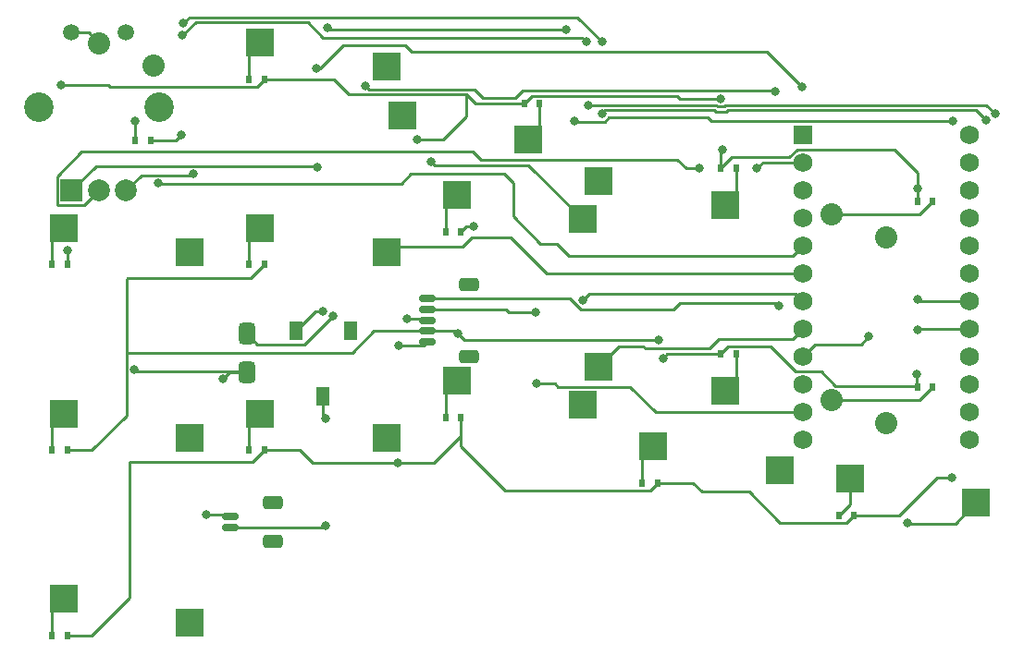
<source format=gbr>
%TF.GenerationSoftware,KiCad,Pcbnew,(7.0.0-0)*%
%TF.CreationDate,2023-06-15T15:06:03+08:00*%
%TF.ProjectId,left,6c656674-2e6b-4696-9361-645f70636258,v1.0.0*%
%TF.SameCoordinates,Original*%
%TF.FileFunction,Copper,L2,Bot*%
%TF.FilePolarity,Positive*%
%FSLAX46Y46*%
G04 Gerber Fmt 4.6, Leading zero omitted, Abs format (unit mm)*
G04 Created by KiCad (PCBNEW (7.0.0-0)) date 2023-06-15 15:06:03*
%MOMM*%
%LPD*%
G01*
G04 APERTURE LIST*
G04 Aperture macros list*
%AMRoundRect*
0 Rectangle with rounded corners*
0 $1 Rounding radius*
0 $2 $3 $4 $5 $6 $7 $8 $9 X,Y pos of 4 corners*
0 Add a 4 corners polygon primitive as box body*
4,1,4,$2,$3,$4,$5,$6,$7,$8,$9,$2,$3,0*
0 Add four circle primitives for the rounded corners*
1,1,$1+$1,$2,$3*
1,1,$1+$1,$4,$5*
1,1,$1+$1,$6,$7*
1,1,$1+$1,$8,$9*
0 Add four rect primitives between the rounded corners*
20,1,$1+$1,$2,$3,$4,$5,0*
20,1,$1+$1,$4,$5,$6,$7,0*
20,1,$1+$1,$6,$7,$8,$9,0*
20,1,$1+$1,$8,$9,$2,$3,0*%
G04 Aperture macros list end*
%TA.AperFunction,ComponentPad*%
%ADD10C,2.032000*%
%TD*%
%TA.AperFunction,SMDPad,CuDef*%
%ADD11R,0.600000X0.700000*%
%TD*%
%TA.AperFunction,ComponentPad*%
%ADD12R,2.000000X2.000000*%
%TD*%
%TA.AperFunction,ComponentPad*%
%ADD13C,2.000000*%
%TD*%
%TA.AperFunction,ComponentPad*%
%ADD14C,1.500000*%
%TD*%
%TA.AperFunction,ComponentPad*%
%ADD15C,2.701800*%
%TD*%
%TA.AperFunction,SMDPad,CuDef*%
%ADD16R,1.200000X1.800000*%
%TD*%
%TA.AperFunction,SMDPad,CuDef*%
%ADD17RoundRect,0.381000X0.381000X-0.619000X0.381000X0.619000X-0.381000X0.619000X-0.381000X-0.619000X0*%
%TD*%
%TA.AperFunction,SMDPad,CuDef*%
%ADD18RoundRect,0.378000X0.378000X-0.622000X0.378000X0.622000X-0.378000X0.622000X-0.378000X-0.622000X0*%
%TD*%
%TA.AperFunction,ComponentPad*%
%ADD19R,1.752600X1.752600*%
%TD*%
%TA.AperFunction,ComponentPad*%
%ADD20C,1.752600*%
%TD*%
%TA.AperFunction,SMDPad,CuDef*%
%ADD21RoundRect,0.150000X-0.625000X0.150000X-0.625000X-0.150000X0.625000X-0.150000X0.625000X0.150000X0*%
%TD*%
%TA.AperFunction,SMDPad,CuDef*%
%ADD22RoundRect,0.250000X-0.650000X0.350000X-0.650000X-0.350000X0.650000X-0.350000X0.650000X0.350000X0*%
%TD*%
%TA.AperFunction,SMDPad,CuDef*%
%ADD23R,2.600000X2.600000*%
%TD*%
%TA.AperFunction,ComponentPad*%
%ADD24C,0.600000*%
%TD*%
%TA.AperFunction,ViaPad*%
%ADD25C,0.800000*%
%TD*%
%TA.AperFunction,Conductor*%
%ADD26C,0.250000*%
%TD*%
G04 APERTURE END LIST*
D10*
%TO.P,S1,1*%
%TO.N,C4_R0D*%
X67000000Y41200000D03*
%TO.P,S1,2*%
%TO.N,C4*%
X72000000Y39100000D03*
%TD*%
D11*
%TO.P,D1,1*%
%TO.N,R0*%
X74899999Y42399999D03*
%TO.P,D1,2*%
%TO.N,C4_R0D*%
X76299999Y42399999D03*
%TD*%
D10*
%TO.P,S2,1*%
%TO.N,C4_R1D*%
X67000000Y24200000D03*
%TO.P,S2,2*%
%TO.N,C4*%
X72000000Y22100000D03*
%TD*%
D11*
%TO.P,D2,1*%
%TO.N,R1*%
X74899999Y25399999D03*
%TO.P,D2,2*%
%TO.N,C4_R1D*%
X76299999Y25399999D03*
%TD*%
D12*
%TO.P,ROT1,A*%
%TO.N,P2*%
X-2539999Y43379999D03*
D13*
%TO.P,ROT1,C*%
%TO.N,GND*%
X-40000Y43380000D03*
%TO.P,ROT1,B*%
%TO.N,P3*%
X2460000Y43380000D03*
D14*
%TO.P,ROT1,1*%
%TO.N,C0*%
X-2540000Y57880000D03*
%TO.P,ROT1,2*%
%TO.N,C0_R3D*%
X2460000Y57880000D03*
D15*
%TO.P,ROT1,*%
%TO.N,*%
X5500000Y51000000D03*
X-5500000Y51000000D03*
D10*
%TO.P,ROT1,1*%
%TO.N,C0_R3D*%
X5000000Y54800000D03*
%TO.P,ROT1,2*%
%TO.N,C0*%
X0Y56900000D03*
%TD*%
D11*
%TO.P,D3,1*%
%TO.N,R3*%
X4699999Y47999999D03*
%TO.P,D3,2*%
%TO.N,C0_R3D*%
X3299999Y47999999D03*
%TD*%
D16*
%TO.P,SS1,1*%
%TO.N,RAW*%
X17999999Y30499999D03*
%TO.P,SS1,2*%
%TO.N,BSLI*%
X20499999Y24499999D03*
%TO.P,SS1,3*%
%TO.N,three*%
X22999999Y30499999D03*
%TD*%
D17*
%TO.P,SB1,1*%
%TO.N,GND*%
X13500000Y26750000D03*
D18*
%TO.P,SB1,2*%
%TO.N,RST*%
X13500000Y30250000D03*
%TD*%
D19*
%TO.P,MCU1,1*%
%TO.N,RAW*%
X64379999Y48469999D03*
D20*
%TO.P,MCU1,2*%
%TO.N,GND*%
X64380000Y45930000D03*
%TO.P,MCU1,3*%
%TO.N,RST*%
X64380000Y43390000D03*
%TO.P,MCU1,4*%
%TO.N,VCC*%
X64380000Y40850000D03*
%TO.P,MCU1,5*%
%TO.N,C0*%
X64380000Y38310000D03*
%TO.P,MCU1,6*%
%TO.N,C1*%
X64380000Y35770000D03*
%TO.P,MCU1,7*%
%TO.N,C2*%
X64380000Y33230000D03*
%TO.P,MCU1,8*%
%TO.N,C3*%
X64380000Y30690000D03*
%TO.P,MCU1,9*%
%TO.N,C4*%
X64380000Y28150000D03*
%TO.P,MCU1,10*%
%TO.N,C5*%
X64380000Y25610000D03*
%TO.P,MCU1,11*%
%TO.N,C6*%
X64380000Y23070000D03*
%TO.P,MCU1,12*%
%TO.N,P10*%
X64380000Y20530000D03*
%TO.P,MCU1,13*%
%TO.N,P1*%
X79620000Y48470000D03*
%TO.P,MCU1,14*%
%TO.N,P0*%
X79620000Y45930000D03*
%TO.P,MCU1,15*%
%TO.N,GND*%
X79620000Y43390000D03*
%TO.P,MCU1,16*%
X79620000Y40850000D03*
%TO.P,MCU1,17*%
%TO.N,P2*%
X79620000Y38310000D03*
%TO.P,MCU1,18*%
%TO.N,P3*%
X79620000Y35770000D03*
%TO.P,MCU1,19*%
%TO.N,R0*%
X79620000Y33230000D03*
%TO.P,MCU1,20*%
%TO.N,R1*%
X79620000Y30690000D03*
%TO.P,MCU1,21*%
%TO.N,R2*%
X79620000Y28150000D03*
%TO.P,MCU1,22*%
%TO.N,R3*%
X79620000Y25610000D03*
%TO.P,MCU1,23*%
%TO.N,P8*%
X79620000Y23070000D03*
%TO.P,MCU1,24*%
%TO.N,P9*%
X79620000Y20530000D03*
%TD*%
D21*
%TO.P,JB1,2*%
%TO.N,BSLI*%
X12000000Y12500000D03*
%TO.P,JB1,1*%
%TO.N,GND*%
X12000000Y13500000D03*
D22*
%TO.P,JB1,MP*%
%TO.N,N/C*%
X15875000Y11200000D03*
X15875000Y14800000D03*
%TD*%
D21*
%TO.P,JC1,5*%
%TO.N,R2*%
X30000000Y29500000D03*
%TO.P,JC1,4*%
%TO.N,R1*%
X30000000Y30500000D03*
%TO.P,JC1,3*%
%TO.N,R0*%
X30000000Y31500000D03*
%TO.P,JC1,2*%
%TO.N,C6*%
X30000000Y32500000D03*
%TO.P,JC1,1*%
%TO.N,C5*%
X30000000Y33500000D03*
D22*
%TO.P,JC1,MP*%
%TO.N,N/C*%
X33875000Y34800000D03*
X33875000Y28200000D03*
%TD*%
D23*
%TO.P,S3,1*%
%TO.N,C0_R0D*%
X-3274999Y39949999D03*
%TO.P,S3,2*%
%TO.N,C0*%
X8274999Y37749999D03*
D24*
%TO.P,S3,3*%
%TO.N,C0_R0D*%
X-3275000Y39950000D03*
%TO.P,S3,4*%
%TO.N,C0*%
X8275000Y37750000D03*
%TD*%
D11*
%TO.P,D4,1*%
%TO.N,R0*%
X-2899999Y36599999D03*
%TO.P,D4,2*%
%TO.N,C0_R0D*%
X-4299999Y36599999D03*
%TD*%
D23*
%TO.P,S4,1*%
%TO.N,C0_R1D*%
X-3274999Y22949999D03*
%TO.P,S4,2*%
%TO.N,C0*%
X8274999Y20749999D03*
D24*
%TO.P,S4,3*%
%TO.N,C0_R1D*%
X-3275000Y22950000D03*
%TO.P,S4,4*%
%TO.N,C0*%
X8275000Y20750000D03*
%TD*%
D11*
%TO.P,D5,1*%
%TO.N,R1*%
X-2899999Y19599999D03*
%TO.P,D5,2*%
%TO.N,C0_R1D*%
X-4299999Y19599999D03*
%TD*%
D23*
%TO.P,S5,1*%
%TO.N,C0_R2D*%
X-3274999Y5949999D03*
%TO.P,S5,2*%
%TO.N,C0*%
X8274999Y3749999D03*
D24*
%TO.P,S5,3*%
%TO.N,C0_R2D*%
X-3275000Y5950000D03*
%TO.P,S5,4*%
%TO.N,C0*%
X8275000Y3750000D03*
%TD*%
D11*
%TO.P,D6,1*%
%TO.N,R2*%
X-2899999Y2599999D03*
%TO.P,D6,2*%
%TO.N,C0_R2D*%
X-4299999Y2599999D03*
%TD*%
D23*
%TO.P,S6,1*%
%TO.N,C1_R0D*%
X14724999Y56949999D03*
%TO.P,S6,2*%
%TO.N,C1*%
X26274999Y54749999D03*
D24*
%TO.P,S6,3*%
%TO.N,C1_R0D*%
X14725000Y56950000D03*
%TO.P,S6,4*%
%TO.N,C1*%
X26275000Y54750000D03*
%TD*%
D11*
%TO.P,D7,1*%
%TO.N,R0*%
X15099999Y53599999D03*
%TO.P,D7,2*%
%TO.N,C1_R0D*%
X13699999Y53599999D03*
%TD*%
D23*
%TO.P,S7,1*%
%TO.N,C1_R1D*%
X14724999Y39949999D03*
%TO.P,S7,2*%
%TO.N,C1*%
X26274999Y37749999D03*
D24*
%TO.P,S7,3*%
%TO.N,C1_R1D*%
X14725000Y39950000D03*
%TO.P,S7,4*%
%TO.N,C1*%
X26275000Y37750000D03*
%TD*%
D11*
%TO.P,D8,1*%
%TO.N,R1*%
X15099999Y36599999D03*
%TO.P,D8,2*%
%TO.N,C1_R1D*%
X13699999Y36599999D03*
%TD*%
D23*
%TO.P,S8,1*%
%TO.N,C1_R2D*%
X14724999Y22949999D03*
%TO.P,S8,2*%
%TO.N,C1*%
X26274999Y20749999D03*
D24*
%TO.P,S8,3*%
%TO.N,C1_R2D*%
X14725000Y22950000D03*
%TO.P,S8,4*%
%TO.N,C1*%
X26275000Y20750000D03*
%TD*%
D11*
%TO.P,D9,1*%
%TO.N,R2*%
X15099999Y19599999D03*
%TO.P,D9,2*%
%TO.N,C1_R2D*%
X13699999Y19599999D03*
%TD*%
D23*
%TO.P,S9,1*%
%TO.N,C2_R0D*%
X39274999Y48049999D03*
%TO.P,S9,2*%
%TO.N,C2*%
X27724999Y50249999D03*
D24*
%TO.P,S9,3*%
%TO.N,C2_R0D*%
X39275000Y48050000D03*
%TO.P,S9,4*%
%TO.N,C2*%
X27725000Y50250000D03*
%TD*%
D11*
%TO.P,D10,1*%
%TO.N,R0*%
X38899999Y51399999D03*
%TO.P,D10,2*%
%TO.N,C2_R0D*%
X40299999Y51399999D03*
%TD*%
D23*
%TO.P,S10,1*%
%TO.N,C2_R1D*%
X32724999Y42949999D03*
%TO.P,S10,2*%
%TO.N,C2*%
X44274999Y40749999D03*
D24*
%TO.P,S10,3*%
%TO.N,C2_R1D*%
X32725000Y42950000D03*
%TO.P,S10,4*%
%TO.N,C2*%
X44275000Y40750000D03*
%TD*%
D11*
%TO.P,D11,1*%
%TO.N,R1*%
X33099999Y39599999D03*
%TO.P,D11,2*%
%TO.N,C2_R1D*%
X31699999Y39599999D03*
%TD*%
D23*
%TO.P,S11,1*%
%TO.N,C2_R2D*%
X32724999Y25949999D03*
%TO.P,S11,2*%
%TO.N,C2*%
X44274999Y23749999D03*
D24*
%TO.P,S11,3*%
%TO.N,C2_R2D*%
X32725000Y25950000D03*
%TO.P,S11,4*%
%TO.N,C2*%
X44275000Y23750000D03*
%TD*%
D11*
%TO.P,D12,1*%
%TO.N,R2*%
X33099999Y22599999D03*
%TO.P,D12,2*%
%TO.N,C2_R2D*%
X31699999Y22599999D03*
%TD*%
D23*
%TO.P,S12,1*%
%TO.N,C3_R0D*%
X57274999Y42049999D03*
%TO.P,S12,2*%
%TO.N,C3*%
X45724999Y44249999D03*
D24*
%TO.P,S12,3*%
%TO.N,C3_R0D*%
X57275000Y42050000D03*
%TO.P,S12,4*%
%TO.N,C3*%
X45725000Y44250000D03*
%TD*%
D11*
%TO.P,D13,1*%
%TO.N,R0*%
X56899999Y45399999D03*
%TO.P,D13,2*%
%TO.N,C3_R0D*%
X58299999Y45399999D03*
%TD*%
D23*
%TO.P,S13,1*%
%TO.N,C3_R1D*%
X57274999Y25049999D03*
%TO.P,S13,2*%
%TO.N,C3*%
X45724999Y27249999D03*
D24*
%TO.P,S13,3*%
%TO.N,C3_R1D*%
X57275000Y25050000D03*
%TO.P,S13,4*%
%TO.N,C3*%
X45725000Y27250000D03*
%TD*%
D11*
%TO.P,D14,1*%
%TO.N,R1*%
X56899999Y28399999D03*
%TO.P,D14,2*%
%TO.N,C3_R1D*%
X58299999Y28399999D03*
%TD*%
D23*
%TO.P,S14,1*%
%TO.N,C3_R2D*%
X50724999Y19949999D03*
%TO.P,S14,2*%
%TO.N,C3*%
X62274999Y17749999D03*
D24*
%TO.P,S14,3*%
%TO.N,C3_R2D*%
X50725000Y19950000D03*
%TO.P,S14,4*%
%TO.N,C3*%
X62275000Y17750000D03*
%TD*%
D11*
%TO.P,D15,1*%
%TO.N,R2*%
X51099999Y16599999D03*
%TO.P,D15,2*%
%TO.N,C3_R2D*%
X49699999Y16599999D03*
%TD*%
D23*
%TO.P,S15,1*%
%TO.N,C4_R2D*%
X68724999Y16949999D03*
%TO.P,S15,2*%
%TO.N,C4*%
X80274999Y14749999D03*
D24*
%TO.P,S15,3*%
%TO.N,C4_R2D*%
X68725000Y16950000D03*
%TO.P,S15,4*%
%TO.N,C4*%
X80275000Y14750000D03*
%TD*%
D11*
%TO.P,D16,1*%
%TO.N,R2*%
X69099999Y13599999D03*
%TO.P,D16,2*%
%TO.N,C4_R2D*%
X67699999Y13599999D03*
%TD*%
D25*
%TO.N,C4*%
X70400000Y30000000D03*
X74000000Y12900000D03*
%TO.N,R0*%
X74900000Y33400000D03*
X74900000Y43600000D03*
X28200000Y31600000D03*
X-2900000Y37900000D03*
X-3500000Y53100000D03*
X29100000Y48100000D03*
X57000000Y47100000D03*
X56900000Y51800000D03*
%TO.N,R1*%
X74900000Y30600000D03*
X51200000Y29700000D03*
X51600000Y28000000D03*
X32800000Y30300000D03*
X34300000Y40100000D03*
X74800000Y26600000D03*
%TO.N,C0*%
X5357018Y44057018D03*
%TO.N,C0_R3D*%
X3300000Y49800000D03*
%TO.N,P2*%
X43500000Y49800000D03*
X78100000Y49751000D03*
X20000000Y45500000D03*
X42700000Y58124500D03*
X20900000Y58300000D03*
%TO.N,P3*%
X46000000Y50475500D03*
X81152424Y49870265D03*
X46000000Y57000000D03*
X8600000Y44900000D03*
X7687701Y58712299D03*
%TO.N,GND*%
X54900000Y45400000D03*
X60200000Y45400000D03*
X11300000Y26100000D03*
X9800000Y13700000D03*
X3200000Y27000000D03*
%TO.N,R3*%
X7500000Y48500000D03*
X82000000Y50400000D03*
X44600000Y57000000D03*
X7600000Y57600000D03*
X44800000Y51200000D03*
%TO.N,RAW*%
X19900000Y54600000D03*
X64300000Y52900000D03*
X20500000Y32300000D03*
%TO.N,BSLI*%
X20700000Y12700000D03*
X20700000Y22500000D03*
%TO.N,RST*%
X21413357Y31894063D03*
X24400000Y52950400D03*
X61900000Y52500000D03*
%TO.N,C2*%
X44275000Y33300000D03*
X30400000Y46000000D03*
%TO.N,C5*%
X62200000Y32800000D03*
%TO.N,C6*%
X40000000Y25700000D03*
X39900000Y32200000D03*
%TO.N,R2*%
X27300000Y18400000D03*
X78000000Y17100000D03*
X27400000Y29200000D03*
%TD*%
D26*
%TO.N,C4*%
X65530000Y29300000D02*
X69600000Y29300000D01*
X74000000Y12900000D02*
X74025000Y12875000D01*
X69700000Y29300000D02*
X70400000Y30000000D01*
X78400000Y12875000D02*
X80275000Y14750000D01*
X74025000Y12875000D02*
X78400000Y12875000D01*
X69600000Y29300000D02*
X69700000Y29300000D01*
X64380000Y28150000D02*
X65530000Y29300000D01*
%TO.N,C4_R0D*%
X76300000Y42400000D02*
X75100000Y41200000D01*
X75100000Y41200000D02*
X67000000Y41200000D01*
%TO.N,R0*%
X57927595Y46427595D02*
X63178700Y46427595D01*
X-3500000Y53100000D02*
X800000Y53100000D01*
X29100000Y48100000D02*
X31501650Y48100000D01*
X33574100Y52225900D02*
X34400000Y51400000D01*
X29800000Y52225900D02*
X33574100Y52225900D01*
X56900000Y45400000D02*
X57927595Y46427595D01*
X31501650Y48100000D02*
X33574100Y50172450D01*
X29900000Y31600000D02*
X30000000Y31500000D01*
X-2900000Y37900000D02*
X-2900000Y36600000D01*
X34400000Y51400000D02*
X38900000Y51400000D01*
X39575000Y52075000D02*
X52879999Y52075000D01*
X800000Y53100000D02*
X975000Y52925000D01*
X56900000Y47000000D02*
X57000000Y47100000D01*
X33574100Y50172450D02*
X33574100Y52225900D01*
X74900000Y45054999D02*
X74900000Y43600000D01*
X14425000Y52925000D02*
X15100000Y53600000D01*
X15100000Y53600000D02*
X21498350Y53600000D01*
X22872450Y52225900D02*
X29800000Y52225900D01*
X79620000Y33230000D02*
X75070000Y33230000D01*
X21498350Y53600000D02*
X22872450Y52225900D01*
X74900000Y43600000D02*
X74900000Y42400000D01*
X38900000Y51400000D02*
X39575000Y52075000D01*
X28200000Y31600000D02*
X29900000Y31600000D01*
X53154999Y51800000D02*
X52879999Y52075000D01*
X56900000Y51800000D02*
X53154999Y51800000D01*
X56900000Y45400000D02*
X56900000Y47000000D01*
X975000Y52925000D02*
X14425000Y52925000D01*
X63882405Y47131300D02*
X72823699Y47131300D01*
X63178700Y46427595D02*
X63882405Y47131300D01*
X75070000Y33230000D02*
X74900000Y33400000D01*
X72823699Y47131300D02*
X74900000Y45054999D01*
%TO.N,C4_R1D*%
X75100000Y24200000D02*
X67000000Y24200000D01*
X76300000Y25400000D02*
X75100000Y24200000D01*
%TO.N,R1*%
X30000000Y30500000D02*
X25150000Y30500000D01*
X33400000Y29700000D02*
X32800000Y30300000D01*
X32750000Y30250000D02*
X32800000Y30300000D01*
X-698350Y19600000D02*
X2475000Y22773350D01*
X74990000Y30690000D02*
X74900000Y30600000D01*
X2600000Y35400000D02*
X13900000Y35400000D01*
X56900000Y28400000D02*
X57575000Y29075000D01*
X25150000Y30500000D02*
X23150000Y28500000D01*
X2475000Y35275000D02*
X2600000Y35400000D01*
X13900000Y35400000D02*
X15100000Y36600000D01*
X23150000Y28500000D02*
X2475000Y28500000D01*
X-2900000Y19600000D02*
X-698350Y19600000D01*
X74800000Y26600000D02*
X74800000Y25500000D01*
X56900000Y28400000D02*
X52000000Y28400000D01*
X30000000Y30500000D02*
X32500000Y30500000D01*
X66088700Y26811300D02*
X67400000Y25500000D01*
X32500000Y30500000D02*
X32750000Y30250000D01*
X51200000Y29700000D02*
X33400000Y29700000D01*
X61425000Y29075000D02*
X63688700Y26811300D01*
X2475000Y22773350D02*
X2475000Y28500000D01*
X57575000Y29075000D02*
X61425000Y29075000D01*
X2475000Y28500000D02*
X2475000Y35275000D01*
X67400000Y25500000D02*
X74800000Y25500000D01*
X33600000Y40100000D02*
X33100000Y39600000D01*
X52000000Y28400000D02*
X51600000Y28000000D01*
X74800000Y25500000D02*
X74900000Y25400000D01*
X79620000Y30690000D02*
X74990000Y30690000D01*
X34300000Y40100000D02*
X33600000Y40100000D01*
X63688700Y26811300D02*
X66088700Y26811300D01*
%TO.N,C0*%
X41900000Y38500000D02*
X42966300Y37433700D01*
X-2540000Y57880000D02*
X-980000Y57880000D01*
X28500000Y44900000D02*
X37100000Y44900000D01*
X-980000Y57880000D02*
X0Y56900000D01*
X42966300Y37433700D02*
X63503700Y37433700D01*
X27625000Y44025000D02*
X28500000Y44900000D01*
X37100000Y44900000D02*
X37875000Y44125000D01*
X5357018Y44057018D02*
X5389036Y44025000D01*
X5389036Y44025000D02*
X27625000Y44025000D01*
X37875000Y41025000D02*
X40400000Y38500000D01*
X37875000Y44125000D02*
X37875000Y41025000D01*
X40400000Y38500000D02*
X41900000Y38500000D01*
X63503700Y37433700D02*
X64380000Y38310000D01*
%TO.N,C0_R3D*%
X3300000Y48000000D02*
X3300000Y49800000D01*
%TO.N,P2*%
X78100000Y49751000D02*
X56049000Y49751000D01*
X56000000Y49800000D02*
X55710500Y50089500D01*
X21075500Y58124500D02*
X20900000Y58300000D01*
X20000000Y45500000D02*
X19875000Y45625000D01*
X56049000Y49751000D02*
X56000000Y49800000D01*
X-295000Y45625000D02*
X-2540000Y43380000D01*
X42700000Y58124500D02*
X21075500Y58124500D01*
X43600000Y49700000D02*
X43500000Y49800000D01*
X46249805Y49700000D02*
X43600000Y49700000D01*
X19875000Y45625000D02*
X-295000Y45625000D01*
X55710500Y50089500D02*
X46639305Y50089500D01*
X46639305Y50089500D02*
X46249805Y49700000D01*
%TO.N,P3*%
X81152424Y49870265D02*
X80272689Y50750000D01*
X2460000Y43380000D02*
X3862018Y44782018D01*
X57511701Y50750000D02*
X57386701Y50625000D01*
X8482018Y44782018D02*
X8600000Y44900000D01*
X43725000Y59275000D02*
X46000000Y57000000D01*
X56288299Y50750000D02*
X46274500Y50750000D01*
X7687701Y58712299D02*
X8250402Y59275000D01*
X57386701Y50625000D02*
X56413299Y50625000D01*
X46274500Y50750000D02*
X46000000Y50475500D01*
X80272689Y50750000D02*
X57511701Y50750000D01*
X8250402Y59275000D02*
X43725000Y59275000D01*
X3862018Y44782018D02*
X8482018Y44782018D01*
X56413299Y50625000D02*
X56288299Y50750000D01*
%TO.N,GND*%
X-3865000Y42055000D02*
X-3865000Y44705000D01*
X34975000Y46175000D02*
X52925000Y46175000D01*
X-40000Y43380000D02*
X-1365000Y42055000D01*
X11950000Y26750000D02*
X11300000Y26100000D01*
X3200000Y27000000D02*
X3400000Y26800000D01*
X60200000Y45400000D02*
X60730000Y45930000D01*
X34175000Y46975000D02*
X34975000Y46175000D01*
X60730000Y45930000D02*
X64380000Y45930000D01*
X3400000Y26800000D02*
X13450000Y26800000D01*
X13450000Y26800000D02*
X13500000Y26750000D01*
X53700000Y45400000D02*
X54900000Y45400000D01*
X-1595000Y46975000D02*
X34175000Y46975000D01*
X-1365000Y42055000D02*
X-3865000Y42055000D01*
X11800000Y13700000D02*
X12000000Y13500000D01*
X13500000Y26750000D02*
X11950000Y26750000D01*
X52925000Y46175000D02*
X53700000Y45400000D01*
X9800000Y13700000D02*
X11800000Y13700000D01*
X-3865000Y44705000D02*
X-1595000Y46975000D01*
%TO.N,R3*%
X20500000Y57400000D02*
X44200000Y57400000D01*
X4700000Y48000000D02*
X7000000Y48000000D01*
X57200305Y51075000D02*
X56599695Y51075000D01*
X8825000Y58825000D02*
X19075000Y58825000D01*
X57325305Y51200000D02*
X57200305Y51075000D01*
X56599695Y51075000D02*
X56474695Y51200000D01*
X44200000Y57400000D02*
X44600000Y57000000D01*
X7600000Y57600000D02*
X8825000Y58825000D01*
X19075000Y58825000D02*
X20500000Y57400000D01*
X7000000Y48000000D02*
X7500000Y48500000D01*
X56474695Y51200000D02*
X44800000Y51200000D01*
X82000000Y50400000D02*
X81200000Y51200000D01*
X81200000Y51200000D02*
X57325305Y51200000D01*
%TO.N,RAW*%
X28589500Y56089500D02*
X61110500Y56089500D01*
X22298350Y56700000D02*
X27979000Y56700000D01*
X61110500Y56089500D02*
X64300000Y52900000D01*
X20198350Y54600000D02*
X22298350Y56700000D01*
X19900000Y54600000D02*
X20198350Y54600000D01*
X20500000Y32300000D02*
X19800000Y32300000D01*
X27979000Y56700000D02*
X28589500Y56089500D01*
X19800000Y32300000D02*
X18000000Y30500000D01*
%TO.N,BSLI*%
X20500000Y12500000D02*
X20700000Y12700000D01*
X12000000Y12500000D02*
X20500000Y12500000D01*
X20700000Y22500000D02*
X20500000Y22700000D01*
X20500000Y22700000D02*
X20500000Y24500000D01*
%TO.N,RST*%
X14475000Y29275000D02*
X18794294Y29275000D01*
X61875000Y52525000D02*
X61900000Y52500000D01*
X34369101Y52675900D02*
X35134501Y51910500D01*
X38725000Y52525000D02*
X61875000Y52525000D01*
X24674500Y52675900D02*
X34369101Y52675900D01*
X24400000Y52950400D02*
X24674500Y52675900D01*
X38110500Y51910500D02*
X38725000Y52525000D01*
X18794294Y29275000D02*
X21413357Y31894063D01*
X13500000Y30250000D02*
X14475000Y29275000D01*
X35134501Y51910500D02*
X38110500Y51910500D01*
%TO.N,C1*%
X26750900Y38225900D02*
X26275000Y37750000D01*
X33225900Y38225900D02*
X26750900Y38225900D01*
X37676816Y39089500D02*
X34089500Y39089500D01*
X40996316Y35770000D02*
X37676816Y39089500D01*
X64380000Y35770000D02*
X40996316Y35770000D01*
X34089500Y39089500D02*
X33225900Y38225900D01*
%TO.N,C2*%
X30675000Y45725000D02*
X39300000Y45725000D01*
X63710000Y33900000D02*
X64380000Y33230000D01*
X30400000Y46000000D02*
X30675000Y45725000D01*
X39300000Y45725000D02*
X44275000Y40750000D01*
X44275000Y33300000D02*
X44875000Y33900000D01*
X44875000Y33900000D02*
X63710000Y33900000D01*
%TO.N,C3*%
X63464100Y29774100D02*
X56715400Y29774100D01*
X56715400Y29774100D02*
X55851800Y28910500D01*
X47600000Y29125000D02*
X45725000Y27250000D01*
X49776650Y29125000D02*
X47600000Y29125000D01*
X55851800Y28910500D02*
X49991150Y28910500D01*
X49991150Y28910500D02*
X49776650Y29125000D01*
X64380000Y30690000D02*
X63464100Y29774100D01*
%TO.N,C5*%
X44049695Y32500000D02*
X52545001Y32500000D01*
X53145001Y33100000D02*
X61900000Y33100000D01*
X43049695Y33500000D02*
X44049695Y32500000D01*
X52545001Y32500000D02*
X53145001Y33100000D01*
X61900000Y33100000D02*
X62200000Y32800000D01*
X30000000Y33500000D02*
X43049695Y33500000D01*
%TO.N,C6*%
X48600000Y25400000D02*
X42001650Y25400000D01*
X37225000Y32500000D02*
X37525000Y32200000D01*
X41701650Y25700000D02*
X40000000Y25700000D01*
X37525000Y32200000D02*
X39900000Y32200000D01*
X50930000Y23070000D02*
X64380000Y23070000D01*
X42001650Y25400000D02*
X41701650Y25700000D01*
X48600000Y25400000D02*
X50930000Y23070000D01*
X30000000Y32500000D02*
X37225000Y32500000D01*
%TO.N,R2*%
X33100000Y20900000D02*
X33100000Y19945001D01*
X33100000Y20866316D02*
X33100000Y20900000D01*
X-2900000Y2600000D02*
X-698350Y2600000D01*
X2800000Y6098350D02*
X2800000Y18500000D01*
X55177499Y15777500D02*
X54354999Y16600000D01*
X15100000Y19600000D02*
X18354999Y19600000D01*
X76698350Y17100000D02*
X78000000Y17100000D01*
X2800000Y18500000D02*
X14000000Y18500000D01*
X62308684Y12925000D02*
X59456184Y15777500D01*
X59456184Y15777500D02*
X55177499Y15777500D01*
X69100000Y13600000D02*
X73198350Y13600000D01*
X37120001Y15925000D02*
X50425000Y15925000D01*
X54354999Y16600000D02*
X51100000Y16600000D01*
X19554999Y18400000D02*
X27300000Y18400000D01*
X30633684Y18400000D02*
X33100000Y20866316D01*
X18354999Y19600000D02*
X19554999Y18400000D01*
X33100000Y20900000D02*
X33100000Y22600000D01*
X68425000Y12925000D02*
X62308684Y12925000D01*
X30000000Y29500000D02*
X29700000Y29200000D01*
X33100000Y19945001D02*
X37120001Y15925000D01*
X27300000Y18400000D02*
X30633684Y18400000D01*
X50425000Y15925000D02*
X51100000Y16600000D01*
X-698350Y2600000D02*
X2800000Y6098350D01*
X73198350Y13600000D02*
X76698350Y17100000D01*
X14000000Y18500000D02*
X15100000Y19600000D01*
X69100000Y13600000D02*
X68425000Y12925000D01*
X29700000Y29200000D02*
X27400000Y29200000D01*
%TO.N,C0_R0D*%
X-4300000Y36600000D02*
X-4300000Y38925000D01*
X-4300000Y38925000D02*
X-3275000Y39950000D01*
%TO.N,C0_R1D*%
X-4300000Y19600000D02*
X-4300000Y21925000D01*
X-4300000Y21925000D02*
X-3275000Y22950000D01*
%TO.N,C0_R2D*%
X-4300000Y4925000D02*
X-3275000Y5950000D01*
X-4300000Y2600000D02*
X-4300000Y4925000D01*
%TO.N,C1_R0D*%
X13700000Y55925000D02*
X14725000Y56950000D01*
X13700000Y53600000D02*
X13700000Y55925000D01*
%TO.N,C1_R1D*%
X13700000Y38925000D02*
X14725000Y39950000D01*
X13700000Y36600000D02*
X13700000Y38925000D01*
%TO.N,C1_R2D*%
X13700000Y19600000D02*
X13700000Y21925000D01*
X13700000Y21925000D02*
X14725000Y22950000D01*
%TO.N,C2_R0D*%
X40300000Y51400000D02*
X40300000Y49075000D01*
X40300000Y49075000D02*
X39275000Y48050000D01*
%TO.N,C2_R1D*%
X31700000Y41925000D02*
X32725000Y42950000D01*
X31700000Y39600000D02*
X31700000Y41925000D01*
%TO.N,C2_R2D*%
X31700000Y22600000D02*
X31700000Y24925000D01*
X31700000Y24925000D02*
X32725000Y25950000D01*
%TO.N,C3_R0D*%
X58300000Y43075000D02*
X57275000Y42050000D01*
X58300000Y45400000D02*
X58300000Y43075000D01*
%TO.N,C3_R1D*%
X58300000Y28400000D02*
X58300000Y26075000D01*
X58300000Y26075000D02*
X57275000Y25050000D01*
%TO.N,C3_R2D*%
X49700000Y16600000D02*
X49700000Y18925000D01*
X49700000Y18925000D02*
X50725000Y19950000D01*
%TO.N,C4_R2D*%
X68725000Y16950000D02*
X68725000Y14625000D01*
X68725000Y14625000D02*
X67700000Y13600000D01*
%TD*%
M02*

</source>
